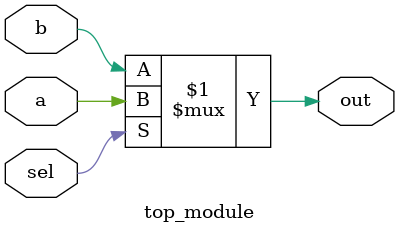
<source format=v>
module top_module( 
    input a, b, sel,
    output out ); 
   assign out= (sel? a :b);
endmodule

</source>
